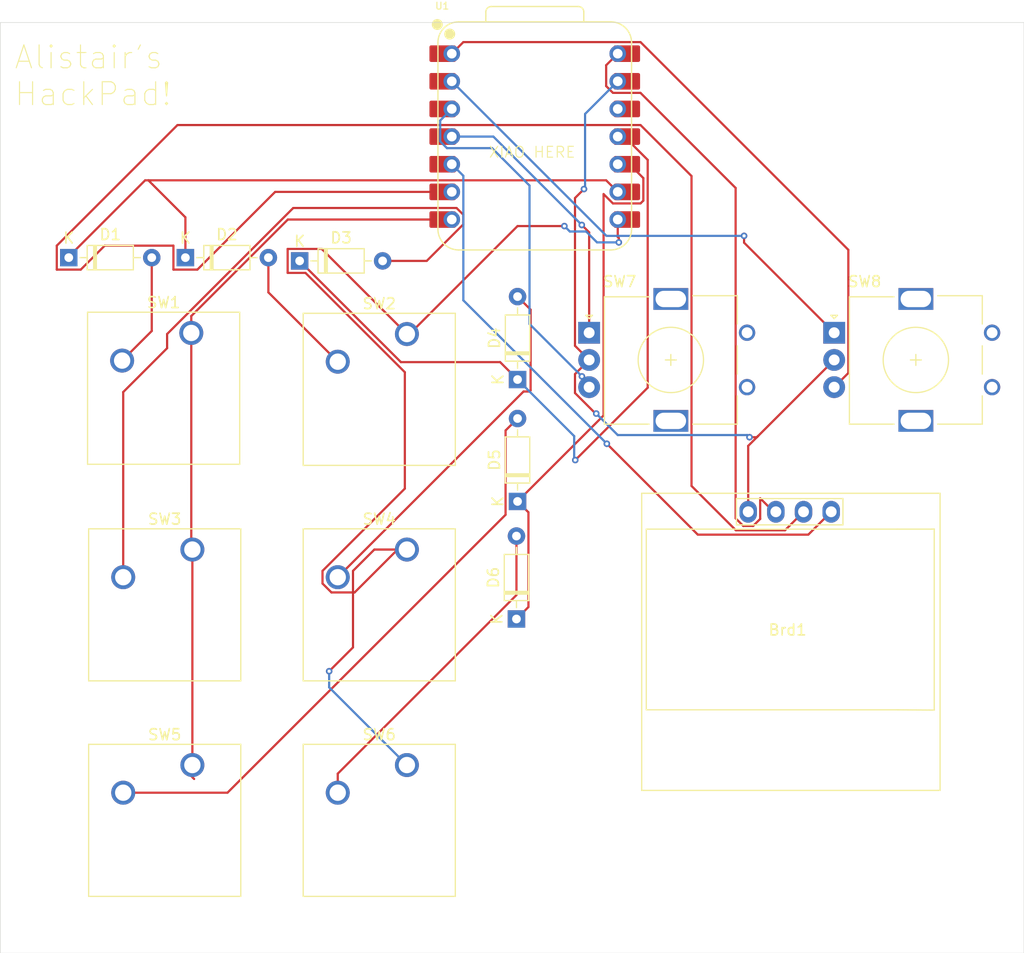
<source format=kicad_pcb>
(kicad_pcb (version 20241229) (generator "pcbnew") (generator_version "9.0")
  (layers (0 "F.Cu" signal) (2 "B.Cu" signal) (13 "F.Paste" user) (15 "B.Paste" user) (5 "F.SilkS" user "F.Silkscreen") (7 "B.SilkS" user "B.Silkscreen") (1 "F.Mask" user) (3 "B.Mask" user) (25 "Edge.Cuts" user))
  (net 0 "")
  (net 1 "GND")
  (net 2 "Net-(Brd1-SCL)")
  (net 3 "Net-(Brd1-SDA)")
  (net 4 "+5V")
  (net 5 "Net-(D1-A)")
  (net 6 "row 1")
  (net 7 "Net-(D2-A)")
  (net 8 "Net-(D3-A)")
  (net 9 "row 2")
  (net 10 "Net-(D4-A)")
  (net 11 "Net-(D5-A)")
  (net 12 "Net-(D6-A)")
  (net 13 "row 3")
  (net 14 "Net-(U1-GPIO28{slash}ADC2{slash}A2)")
  (net 15 "Net-(U1-GPIO29{slash}ADC3{slash}A3)")
  (net 16 "col 1")
  (net 17 "col 2")
  (net 18 "Net-(U1-GPIO27{slash}ADC1{slash}A1)")
  (net 19 "Net-(U1-GPIO26{slash}ADC0{slash}A0)")
  (net 20 "+3.3V")
  (footprint "macropad:SW_Cherry_MX_1.00u_PCB" (layer "F.Cu") (at 144.44 63.22)
    (property "Reference" "SW2" (at -2.54 -2.794 0) (layer "F.SilkS"))
    (property "Value" "SW_Push")
    (fp_line (start -9.525 -1.905) (end 4.445 -1.905) (stroke (width 0.12)) (layer "F.SilkS"))
    (fp_line (start -9.525 12.065) (end -9.525 -1.905) (stroke (width 0.12)) (layer "F.SilkS"))
    (fp_line (start 4.445 -1.905) (end 4.445 12.065) (stroke (width 0.12)) (layer "F.SilkS"))
    (fp_line (start 4.445 12.065) (end -9.525 12.065) (stroke (width 0.12)) (layer "F.SilkS"))
    (pad "" np_thru_hole circle (at -7.62 5.08) (size 1.7 1.7) (drill 1.7) (layers "*.Cu" "*.Mask"))
    (pad "" np_thru_hole circle (at -2.54 5.08) (size 4 4) (drill 4) (layers "*.Cu" "*.Mask"))
    (pad "" np_thru_hole circle (at 2.54 5.08) (size 1.7 1.7) (drill 1.7) (layers "*.Cu" "*.Mask"))
    (pad "1" thru_hole circle (at 0 0) (size 2.2 2.2) (drill 1.5) (layers "*.Cu" "*.Mask") (net 17 "col 2"))
    (pad "2" thru_hole circle (at -6.35 2.54) (size 2.2 2.2) (drill 1.5) (layers "*.Cu" "*.Mask") (net 7 "Net-(D2-A)"))
  )
  (footprint "macropad:SW_Cherry_MX_1.00u_PCB" (layer "F.Cu") (at 144.44 102.82)
    (property "Reference" "SW6" (at -2.54 -2.794 0) (layer "F.SilkS"))
    (property "Value" "SW_Push")
    (fp_line (start -9.525 -1.905) (end 4.445 -1.905) (stroke (width 0.12)) (layer "F.SilkS"))
    (fp_line (start -9.525 12.065) (end -9.525 -1.905) (stroke (width 0.12)) (layer "F.SilkS"))
    (fp_line (start 4.445 -1.905) (end 4.445 12.065) (stroke (width 0.12)) (layer "F.SilkS"))
    (fp_line (start 4.445 12.065) (end -9.525 12.065) (stroke (width 0.12)) (layer "F.SilkS"))
    (pad "" np_thru_hole circle (at -7.62 5.08) (size 1.7 1.7) (drill 1.7) (layers "*.Cu" "*.Mask"))
    (pad "" np_thru_hole circle (at -2.54 5.08) (size 4 4) (drill 4) (layers "*.Cu" "*.Mask"))
    (pad "" np_thru_hole circle (at 2.54 5.08) (size 1.7 1.7) (drill 1.7) (layers "*.Cu" "*.Mask"))
    (pad "1" thru_hole circle (at 0 0) (size 2.2 2.2) (drill 1.5) (layers "*.Cu" "*.Mask") (net 17 "col 2"))
    (pad "2" thru_hole circle (at -6.35 2.54) (size 2.2 2.2) (drill 1.5) (layers "*.Cu" "*.Mask") (net 12 "Net-(D6-A)"))
  )
  (footprint "macropad:D_DO-35_SOD27_P7.62mm_Horizontal" (layer "F.Cu") (at 154.6 78.6 90)
    (property "Reference" "D5" (at 3.81 -2.12 90) (layer "F.SilkS"))
    (property "Value" "D")
    (fp_line (start 5.93 -1.12) (end 1.69 -1.12) (stroke (width 0.12)) (layer "F.SilkS"))
    (fp_line (start 2.53 -1.12) (end 2.53 1.12) (stroke (width 0.12)) (layer "F.SilkS"))
    (fp_line (start 2.41 -1.12) (end 2.41 1.12) (stroke (width 0.12)) (layer "F.SilkS"))
    (fp_line (start 2.29 -1.12) (end 2.29 1.12) (stroke (width 0.12)) (layer "F.SilkS"))
    (fp_line (start 1.69 -1.12) (end 1.69 1.12) (stroke (width 0.12)) (layer "F.SilkS"))
    (fp_line (start 6.58 0) (end 5.93 0) (stroke (width 0.12)) (layer "F.SilkS"))
    (fp_line (start 1.04 0) (end 1.69 0) (stroke (width 0.12)) (layer "F.SilkS"))
    (fp_line (start 5.93 1.12) (end 5.93 -1.12) (stroke (width 0.12)) (layer "F.SilkS"))
    (fp_line (start 1.69 1.12) (end 5.93 1.12) (stroke (width 0.12)) (layer "F.SilkS"))
    (fp_text user "K" (at 0 -1.8 90) (layer "F.SilkS"))
    (pad "1" thru_hole rect (at 0 0 90) (size 1.6 1.6) (drill 0.8) (layers "*.Cu" "*.Mask") (net 13 "row 3"))
    (pad "2" thru_hole oval (at 7.62 0 90) (size 1.6 1.6) (drill 0.8) (layers "*.Cu" "*.Mask") (net 11 "Net-(D5-A)"))
  )
  (footprint "macropad:128x64OLED" (layer "F.Cu") (at 179.4 90.15)
    (property "Reference" "Brd1" (at 0 0.254 0) (layer "F.SilkS"))
    (property "Value" "SSD1306")
    (fp_line (start -13.4 -12.3) (end 14 -12.3) (stroke (width 0.12)) (layer "F.SilkS"))
    (fp_line (start -13.4 15) (end -13.4 -12.3) (stroke (width 0.12)) (layer "F.SilkS"))
    (fp_line (start -12.978 -9.005) (end 10.122 -9.005) (stroke (width 0.12)) (layer "F.SilkS"))
    (fp_line (start -12.978 7.595) (end -12.978 -9.005) (stroke (width 0.12)) (layer "F.SilkS"))
    (fp_line (start -4.699 -11.811) (end -4.699 -9.398) (stroke (width 0.12)) (layer "F.SilkS"))
    (fp_line (start -4.699 -11.811) (end 5.08 -11.811) (stroke (width 0.12)) (layer "F.SilkS"))
    (fp_line (start 5.08 -11.811) (end 5.08 -9.398) (stroke (width 0.12)) (layer "F.SilkS"))
    (fp_line (start 5.08 -9.398) (end -4.699 -9.398) (stroke (width 0.12)) (layer "F.SilkS"))
    (fp_line (start 10.122 -9.005) (end 13.208 -9.005) (stroke (width 0.12)) (layer "F.SilkS"))
    (fp_line (start 10.122 7.595) (end -12.978 7.595) (stroke (width 0.12)) (layer "F.SilkS"))
    (fp_line (start 10.122 7.595) (end 13.462 7.62) (stroke (width 0.12)) (layer "F.SilkS"))
    (fp_line (start 13.462 -9.017) (end 13.208 -9.005) (stroke (width 0.12)) (layer "F.SilkS"))
    (fp_line (start 13.462 7.62) (end 13.462 -9.017) (stroke (width 0.12)) (layer "F.SilkS"))
    (fp_line (start 14 -12.3) (end 14 15) (stroke (width 0.12)) (layer "F.SilkS"))
    (fp_line (start 14 15) (end -13.4 15) (stroke (width 0.12)) (layer "F.SilkS"))
    (pad "1" thru_hole oval (at -3.62 -10.6 90) (size 2 1.6) (drill 1) (layers "*.Cu" "*.Mask") (net 1 "GND"))
    (pad "2" thru_hole oval (at -1.08 -10.6 90) (size 2 1.6) (drill 1) (layers "*.Cu" "*.Mask") (net 4 "+5V"))
    (pad "3" thru_hole oval (at 1.46 -10.6 90) (size 2 1.6) (drill 1) (layers "*.Cu" "*.Mask") (net 2 "Net-(Brd1-SCL)"))
    (pad "4" thru_hole oval (at 4 -10.6 90) (size 2 1.6) (drill 1) (layers "*.Cu" "*.Mask") (net 3 "Net-(Brd1-SDA)"))
  )
  (footprint "macropad:SW_Cherry_MX_1.00u_PCB" (layer "F.Cu") (at 124.64 63.12)
    (property "Reference" "SW1" (at -2.54 -2.794 0) (layer "F.SilkS"))
    (property "Value" "SW_Push")
    (fp_line (start -9.525 -1.905) (end 4.445 -1.905) (stroke (width 0.12)) (layer "F.SilkS"))
    (fp_line (start -9.525 12.065) (end -9.525 -1.905) (stroke (width 0.12)) (layer "F.SilkS"))
    (fp_line (start 4.445 -1.905) (end 4.445 12.065) (stroke (width 0.12)) (layer "F.SilkS"))
    (fp_line (start 4.445 12.065) (end -9.525 12.065) (stroke (width 0.12)) (layer "F.SilkS"))
    (pad "" np_thru_hole circle (at -7.62 5.08) (size 1.7 1.7) (drill 1.7) (layers "*.Cu" "*.Mask"))
    (pad "" np_thru_hole circle (at -2.54 5.08) (size 4 4) (drill 4) (layers "*.Cu" "*.Mask"))
    (pad "" np_thru_hole circle (at 2.54 5.08) (size 1.7 1.7) (drill 1.7) (layers "*.Cu" "*.Mask"))
    (pad "1" thru_hole circle (at 0 0) (size 2.2 2.2) (drill 1.5) (layers "*.Cu" "*.Mask") (net 16 "col 1"))
    (pad "2" thru_hole circle (at -6.35 2.54) (size 2.2 2.2) (drill 1.5) (layers "*.Cu" "*.Mask") (net 5 "Net-(D1-A)"))
  )
  (footprint "macropad:RotaryEncoder_Alps_EC11E_Vertical_H20mm" (layer "F.Cu") (at 161.175 63.1)
    (property "Reference" "SW7" (at 2.8 -4.7 0) (layer "F.SilkS"))
    (property "Value" "RotaryEncoder")
    (fp_line (start -0.3 -1.6) (end 0.3 -1.6) (stroke (width 0.12)) (layer "F.SilkS"))
    (fp_line (start 0 -1.3) (end -0.3 -1.6) (stroke (width 0.12)) (layer "F.SilkS"))
    (fp_line (start 0.3 -1.6) (end 0 -1.3) (stroke (width 0.12)) (layer "F.SilkS"))
    (fp_line (start 1.4 -3.3) (end 1.4 8.4) (stroke (width 0.12)) (layer "F.SilkS"))
    (fp_line (start 5.5 -3.3) (end 1.4 -3.3) (stroke (width 0.12)) (layer "F.SilkS"))
    (fp_line (start 5.5 8.4) (end 1.4 8.4) (stroke (width 0.12)) (layer "F.SilkS"))
    (fp_line (start 7 2.5) (end 8 2.5) (stroke (width 0.12)) (layer "F.SilkS"))
    (fp_line (start 7.5 2) (end 7.5 3) (stroke (width 0.12)) (layer "F.SilkS"))
    (fp_line (start 9.5 -3.4) (end 13.6 -3.4) (stroke (width 0.12)) (layer "F.SilkS"))
    (fp_line (start 13.6 -3.4) (end 13.6 -0.8) (stroke (width 0.12)) (layer "F.SilkS"))
    (fp_line (start 13.6 1.2) (end 13.6 3.8) (stroke (width 0.12)) (layer "F.SilkS"))
    (fp_line (start 13.6 5.8) (end 13.6 8.4) (stroke (width 0.12)) (layer "F.SilkS"))
    (fp_line (start 13.6 8.4) (end 9.5 8.4) (stroke (width 0.12)) (layer "F.SilkS"))
    (fp_circle (center 7.5 2.5) (end 10.5 2.5) (stroke (width 0.12)) (fill no) (layer "F.SilkS"))
    (pad "" thru_hole circle (at 14.5 0) (size 1.5 1.5) (drill 1) (layers "*.Cu" "*.Mask"))
    (pad "" thru_hole circle (at 14.5 5) (size 1.5 1.5) (drill 1) (layers "*.Cu" "*.Mask"))
    (pad "A" thru_hole rect (at 0 0) (size 2 2) (drill 1) (layers "*.Cu" "*.Mask") (net 15 "Net-(U1-GPIO29{slash}ADC3{slash}A3)"))
    (pad "B" thru_hole circle (at 0 5) (size 2 2) (drill 1) (layers "*.Cu" "*.Mask") (net 14 "Net-(U1-GPIO28{slash}ADC2{slash}A2)"))
    (pad "C" thru_hole circle (at 0 2.5) (size 2 2) (drill 1) (layers "*.Cu" "*.Mask") (net 1 "GND"))
    (pad "MP" thru_hole rect (at 7.5 -3.1) (size 3.2 2) (drill oval 2.8 1.5) (layers "*.Cu" "*.Mask"))
    (pad "MP" thru_hole rect (at 7.5 8.1) (size 3.2 2) (drill oval 2.8 1.5) (layers "*.Cu" "*.Mask"))
  )
  (footprint "macropad:SW_Cherry_MX_1.00u_PCB" (layer "F.Cu") (at 124.74 102.82)
    (property "Reference" "SW5" (at -2.54 -2.794 0) (layer "F.SilkS"))
    (property "Value" "SW_Push")
    (fp_line (start -9.525 -1.905) (end 4.445 -1.905) (stroke (width 0.12)) (layer "F.SilkS"))
    (fp_line (start -9.525 12.065) (end -9.525 -1.905) (stroke (width 0.12)) (layer "F.SilkS"))
    (fp_line (start 4.445 -1.905) (end 4.445 12.065) (stroke (width 0.12)) (layer "F.SilkS"))
    (fp_line (start 4.445 12.065) (end -9.525 12.065) (stroke (width 0.12)) (layer "F.SilkS"))
    (pad "" np_thru_hole circle (at -7.62 5.08) (size 1.7 1.7) (drill 1.7) (layers "*.Cu" "*.Mask"))
    (pad "" np_thru_hole circle (at -2.54 5.08) (size 4 4) (drill 4) (layers "*.Cu" "*.Mask"))
    (pad "" np_thru_hole circle (at 2.54 5.08) (size 1.7 1.7) (drill 1.7) (layers "*.Cu" "*.Mask"))
    (pad "1" thru_hole circle (at 0 0) (size 2.2 2.2) (drill 1.5) (layers "*.Cu" "*.Mask") (net 16 "col 1"))
    (pad "2" thru_hole circle (at -6.35 2.54) (size 2.2 2.2) (drill 1.5) (layers "*.Cu" "*.Mask") (net 11 "Net-(D5-A)"))
  )
  (footprint "macropad:SW_Cherry_MX_1.00u_PCB" (layer "F.Cu") (at 144.44 83.02)
    (property "Reference" "SW4" (at -2.54 -2.794 0) (layer "F.SilkS"))
    (property "Value" "SW_Push")
    (fp_line (start -9.525 -1.905) (end 4.445 -1.905) (stroke (width 0.12)) (layer "F.SilkS"))
    (fp_line (start -9.525 12.065) (end -9.525 -1.905) (stroke (width 0.12)) (layer "F.SilkS"))
    (fp_line (start 4.445 -1.905) (end 4.445 12.065) (stroke (width 0.12)) (layer "F.SilkS"))
    (fp_line (start 4.445 12.065) (end -9.525 12.065) (stroke (width 0.12)) (layer "F.SilkS"))
    (pad "" np_thru_hole circle (at -7.62 5.08) (size 1.7 1.7) (drill 1.7) (layers "*.Cu" "*.Mask"))
    (pad "" np_thru_hole circle (at -2.54 5.08) (size 4 4) (drill 4) (layers "*.Cu" "*.Mask"))
    (pad "" np_thru_hole circle (at 2.54 5.08) (size 1.7 1.7) (drill 1.7) (layers "*.Cu" "*.Mask"))
    (pad "1" thru_hole circle (at 0 0) (size 2.2 2.2) (drill 1.5) (layers "*.Cu" "*.Mask") (net 17 "col 2"))
    (pad "2" thru_hole circle (at -6.35 2.54) (size 2.2 2.2) (drill 1.5) (layers "*.Cu" "*.Mask") (net 10 "Net-(D4-A)"))
  )
  (footprint "macropad:RotaryEncoder_Alps_EC11E_Vertical_H20mm" (layer "F.Cu") (at 183.675 63.1)
    (property "Reference" "SW8" (at 2.8 -4.7 0) (layer "F.SilkS"))
    (property "Value" "RotaryEncoder")
    (fp_line (start -0.3 -1.6) (end 0.3 -1.6) (stroke (width 0.12)) (layer "F.SilkS"))
    (fp_line (start 0 -1.3) (end -0.3 -1.6) (stroke (width 0.12)) (layer "F.SilkS"))
    (fp_line (start 0.3 -1.6) (end 0 -1.3) (stroke (width 0.12)) (layer "F.SilkS"))
    (fp_line (start 1.4 -3.3) (end 1.4 8.4) (stroke (width 0.12)) (layer "F.SilkS"))
    (fp_line (start 5.5 -3.3) (end 1.4 -3.3) (stroke (width 0.12)) (layer "F.SilkS"))
    (fp_line (start 5.5 8.4) (end 1.4 8.4) (stroke (width 0.12)) (layer "F.SilkS"))
    (fp_line (start 7 2.5) (end 8 2.5) (stroke (width 0.12)) (layer "F.SilkS"))
    (fp_line (start 7.5 2) (end 7.5 3) (stroke (width 0.12)) (layer "F.SilkS"))
    (fp_line (start 9.5 -3.4) (end 13.6 -3.4) (stroke (width 0.12)) (layer "F.SilkS"))
    (fp_line (start 13.6 -3.4) (end 13.6 -0.8) (stroke (width 0.12)) (layer "F.SilkS"))
    (fp_line (start 13.6 1.2) (end 13.6 3.8) (stroke (width 0.12)) (layer "F.SilkS"))
    (fp_line (start 13.6 5.8) (end 13.6 8.4) (stroke (width 0.12)) (layer "F.SilkS"))
    (fp_line (start 13.6 8.4) (end 9.5 8.4) (stroke (width 0.12)) (layer "F.SilkS"))
    (fp_circle (center 7.5 2.5) (end 10.5 2.5) (stroke (width 0.12)) (fill no) (layer "F.SilkS"))
    (pad "" thru_hole circle (at 14.5 0) (size 1.5 1.5) (drill 1) (layers "*.Cu" "*.Mask"))
    (pad "" thru_hole circle (at 14.5 5) (size 1.5 1.5) (drill 1) (layers "*.Cu" "*.Mask"))
    (pad "A" thru_hole rect (at 0 0) (size 2 2) (drill 1) (layers "*.Cu" "*.Mask") (net 18 "Net-(U1-GPIO27{slash}ADC1{slash}A1)"))
    (pad "B" thru_hole circle (at 0 5) (size 2 2) (drill 1) (layers "*.Cu" "*.Mask") (net 19 "Net-(U1-GPIO26{slash}ADC0{slash}A0)"))
    (pad "C" thru_hole circle (at 0 2.5) (size 2 2) (drill 1) (layers "*.Cu" "*.Mask") (net 1 "GND"))
    (pad "MP" thru_hole rect (at 7.5 -3.1) (size 3.2 2) (drill oval 2.8 1.5) (layers "*.Cu" "*.Mask"))
    (pad "MP" thru_hole rect (at 7.5 8.1) (size 3.2 2) (drill oval 2.8 1.5) (layers "*.Cu" "*.Mask"))
  )
  (footprint "macropad:D_DO-35_SOD27_P7.62mm_Horizontal" (layer "F.Cu") (at 154.5 89.4 90)
    (property "Reference" "D6" (at 3.81 -2.12 90) (layer "F.SilkS"))
    (property "Value" "D")
    (fp_line (start 5.93 -1.12) (end 1.69 -1.12) (stroke (width 0.12)) (layer "F.SilkS"))
    (fp_line (start 2.53 -1.12) (end 2.53 1.12) (stroke (width 0.12)) (layer "F.SilkS"))
    (fp_line (start 2.41 -1.12) (end 2.41 1.12) (stroke (width 0.12)) (layer "F.SilkS"))
    (fp_line (start 2.29 -1.12) (end 2.29 1.12) (stroke (width 0.12)) (layer "F.SilkS"))
    (fp_line (start 1.69 -1.12) (end 1.69 1.12) (stroke (width 0.12)) (layer "F.SilkS"))
    (fp_line (start 6.58 0) (end 5.93 0) (stroke (width 0.12)) (layer "F.SilkS"))
    (fp_line (start 1.04 0) (end 1.69 0) (stroke (width 0.12)) (layer "F.SilkS"))
    (fp_line (start 5.93 1.12) (end 5.93 -1.12) (stroke (width 0.12)) (layer "F.SilkS"))
    (fp_line (start 1.69 1.12) (end 5.93 1.12) (stroke (width 0.12)) (layer "F.SilkS"))
    (fp_text user "K" (at 0 -1.8 90) (layer "F.SilkS"))
    (pad "1" thru_hole rect (at 0 0 90) (size 1.6 1.6) (drill 0.8) (layers "*.Cu" "*.Mask") (net 13 "row 3"))
    (pad "2" thru_hole oval (at 7.62 0 90) (size 1.6 1.6) (drill 0.8) (layers "*.Cu" "*.Mask") (net 12 "Net-(D6-A)"))
  )
  (footprint "macropad:D_DO-35_SOD27_P7.62mm_Horizontal" (layer "F.Cu") (at 113.39 56.2)
    (property "Reference" "D1" (at 3.81 -2.12 0) (layer "F.SilkS"))
    (property "Value" "D")
    (fp_line (start 1.04 0) (end 1.69 0) (stroke (width 0.12)) (layer "F.SilkS"))
    (fp_line (start 1.69 -1.12) (end 1.69 1.12) (stroke (width 0.12)) (layer "F.SilkS"))
    (fp_line (start 1.69 1.12) (end 5.93 1.12) (stroke (width 0.12)) (layer "F.SilkS"))
    (fp_line (start 2.29 -1.12) (end 2.29 1.12) (stroke (width 0.12)) (layer "F.SilkS"))
    (fp_line (start 2.41 -1.12) (end 2.41 1.12) (stroke (width 0.12)) (layer "F.SilkS"))
    (fp_line (start 2.53 -1.12) (end 2.53 1.12) (stroke (width 0.12)) (layer "F.SilkS"))
    (fp_line (start 5.93 -1.12) (end 1.69 -1.12) (stroke (width 0.12)) (layer "F.SilkS"))
    (fp_line (start 5.93 1.12) (end 5.93 -1.12) (stroke (width 0.12)) (layer "F.SilkS"))
    (fp_line (start 6.58 0) (end 5.93 0) (stroke (width 0.12)) (layer "F.SilkS"))
    (fp_text user "K" (at 0 -1.8 0) (layer "F.SilkS"))
    (pad "1" thru_hole rect (at 0 0) (size 1.6 1.6) (drill 0.8) (layers "*.Cu" "*.Mask") (net 6 "row 1"))
    (pad "2" thru_hole oval (at 7.62 0) (size 1.6 1.6) (drill 0.8) (layers "*.Cu" "*.Mask") (net 5 "Net-(D1-A)"))
  )
  (footprint "macropad:SW_Cherry_MX_1.00u_PCB" (layer "F.Cu") (at 124.74 83.02)
    (property "Reference" "SW3" (at -2.54 -2.794 0) (layer "F.SilkS"))
    (property "Value" "SW_Push")
    (fp_line (start -9.525 -1.905) (end 4.445 -1.905) (stroke (width 0.12)) (layer "F.SilkS"))
    (fp_line (start -9.525 12.065) (end -9.525 -1.905) (stroke (width 0.12)) (layer "F.SilkS"))
    (fp_line (start 4.445 -1.905) (end 4.445 12.065) (stroke (width 0.12)) (layer "F.SilkS"))
    (fp_line (start 4.445 12.065) (end -9.525 12.065) (stroke (width 0.12)) (layer "F.SilkS"))
    (pad "" np_thru_hole circle (at -7.62 5.08) (size 1.7 1.7) (drill 1.7) (layers "*.Cu" "*.Mask"))
    (pad "" np_thru_hole circle (at -2.54 5.08) (size 4 4) (drill 4) (layers "*.Cu" "*.Mask"))
    (pad "" np_thru_hole circle (at 2.54 5.08) (size 1.7 1.7) (drill 1.7) (layers "*.Cu" "*.Mask"))
    (pad "1" thru_hole circle (at 0 0) (size 2.2 2.2) (drill 1.5) (layers "*.Cu" "*.Mask") (net 16 "col 1"))
    (pad "2" thru_hole circle (at -6.35 2.54) (size 2.2 2.2) (drill 1.5) (layers "*.Cu" "*.Mask") (net 8 "Net-(D3-A)"))
  )
  (footprint "macropad:D_DO-35_SOD27_P7.62mm_Horizontal" (layer "F.Cu") (at 124.1 56.2)
    (property "Reference" "D2" (at 3.81 -2.12 0) (layer "F.SilkS"))
    (property "Value" "D")
    (fp_line (start 1.04 0) (end 1.69 0) (stroke (width 0.12)) (layer "F.SilkS"))
    (fp_line (start 1.69 -1.12) (end 1.69 1.12) (stroke (width 0.12)) (layer "F.SilkS"))
    (fp_line (start 1.69 1.12) (end 5.93 1.12) (stroke (width 0.12)) (layer "F.SilkS"))
    (fp_line (start 2.29 -1.12) (end 2.29 1.12) (stroke (width 0.12)) (layer "F.SilkS"))
    (fp_line (start 2.41 -1.12) (end 2.41 1.12) (stroke (width 0.12)) (layer "F.SilkS"))
    (fp_line (start 2.53 -1.12) (end 2.53 1.12) (stroke (width 0.12)) (layer "F.SilkS"))
    (fp_line (start 5.93 -1.12) (end 1.69 -1.12) (stroke (width 0.12)) (layer "F.SilkS"))
    (fp_line (start 5.93 1.12) (end 5.93 -1.12) (stroke (width 0.12)) (layer "F.SilkS"))
    (fp_line (start 6.58 0) (end 5.93 0) (stroke (width 0.12)) (layer "F.SilkS"))
    (fp_text user "K" (at 0 -1.8 0) (layer "F.SilkS"))
    (pad "1" thru_hole rect (at 0 0) (size 1.6 1.6) (drill 0.8) (layers "*.Cu" "*.Mask") (net 6 "row 1"))
    (pad "2" thru_hole oval (at 7.62 0) (size 1.6 1.6) (drill 0.8) (layers "*.Cu" "*.Mask") (net 7 "Net-(D2-A)"))
  )
  (footprint "macropad:XIAO-RP2040-DIP" (layer "F.Cu") (at 156.18 45.08)
    (property "Reference" "U1" (at -8.5 -12 0) (layer "F.SilkS") (effects (font (size 0.635 0.635) (thickness 0.1016))))
    (property "Value" "XIAO-RP2040-DIP")
    (fp_line (start -8.89 8.509) (end -8.89 -8.636) (stroke (width 0.127)) (layer "F.SilkS"))
    (fp_line (start -6.985 10.414) (end 6.985 10.414) (stroke (width 0.127)) (layer "F.SilkS"))
    (fp_line (start -4.495 -10.541) (end -4.491272 -11.451272) (stroke (width 0.127)) (layer "F.SilkS"))
    (fp_line (start -3.991272 -11.951) (end 4.004 -11.951) (stroke (width 0.127)) (layer "F.SilkS"))
    (fp_line (start 4.504 -11.451) (end 4.504 -10.541) (stroke (width 0.127)) (layer "F.SilkS"))
    (fp_line (start 6.985 -10.541) (end -6.985 -10.541) (stroke (width 0.1)) (layer "F.SilkS"))
    (fp_line (start 6.985 -10.541) (end -6.985 -10.541) (stroke (width 0.127)) (layer "F.SilkS"))
    (fp_line (start 8.89 8.509) (end 8.89 -8.636) (stroke (width 0.127)) (layer "F.SilkS"))
    (fp_arc (start -8.89 -8.636) (mid -8.332038 -9.983038) (end -6.985 -10.541) (stroke (width 0.127)) (layer "F.SilkS"))
    (fp_arc (start -6.985 10.414) (mid -8.332038 9.856038) (end -8.89 8.509) (stroke (width 0.127)) (layer "F.SilkS"))
    (fp_arc (start -4.491272 -11.451272) (mid -4.344724 -11.804644) (end -3.991272 -11.951) (stroke (width 0.127)) (layer "F.SilkS"))
    (fp_arc (start 4.004 -11.951) (mid 4.357553 -11.804553) (end 4.504 -11.451) (stroke (width 0.127)) (layer "F.SilkS"))
    (fp_arc (start 6.985 -10.541) (mid 8.332038 -9.983038) (end 8.89 -8.636) (stroke (width 0.127)) (layer "F.SilkS"))
    (fp_arc (start 8.89 8.509) (mid 8.332038 9.856038) (end 6.985 10.414) (stroke (width 0.127)) (layer "F.SilkS"))
    (fp_circle (center -8.95 -10.3) (end -8.95 -10.554) (stroke (width 0.5)) (fill yes) (layer "F.SilkS"))
    (fp_circle (center -7.807 -9.42) (end -7.807 -9.674) (stroke (width 0.5)) (fill yes) (layer "F.SilkS"))
    (pad "1" smd roundrect (at -8.455 -7.62 180) (size 2.432 1.524) (layers "F.Cu" "F.Mask") (roundrect_rratio 0.1) (net 19 "Net-(U1-GPIO26{slash}ADC0{slash}A0)"))
    (pad "1" thru_hole circle (at -7.62 -7.62 180) (size 1.524 1.524) (drill 0.889) (layers "*.Cu" "*.Mask") (net 19 "Net-(U1-GPIO26{slash}ADC0{slash}A0)"))
    (pad "2" smd roundrect (at -8.455 -5.08 180) (size 2.432 1.524) (layers "F.Cu" "F.Mask") (roundrect_rratio 0.1) (net 18 "Net-(U1-GPIO27{slash}ADC1{slash}A1)"))
    (pad "2" thru_hole circle (at -7.62 -5.08 180) (size 1.524 1.524) (drill 0.889) (layers "*.Cu" "*.Mask") (net 18 "Net-(U1-GPIO27{slash}ADC1{slash}A1)"))
    (pad "3" smd roundrect (at -8.455 -2.54 180) (size 2.432 1.524) (layers "F.Cu" "F.Mask") (roundrect_rratio 0.1) (net 14 "Net-(U1-GPIO28{slash}ADC2{slash}A2)"))
    (pad "3" thru_hole circle (at -7.62 -2.54 180) (size 1.524 1.524) (drill 0.889) (layers "*.Cu" "*.Mask") (net 14 "Net-(U1-GPIO28{slash}ADC2{slash}A2)"))
    (pad "4" smd roundrect (at -8.455 0 180) (size 2.432 1.524) (layers "F.Cu" "F.Mask") (roundrect_rratio 0.1) (net 15 "Net-(U1-GPIO29{slash}ADC3{slash}A3)"))
    (pad "4" thru_hole circle (at -7.62 0 180) (size 1.524 1.524) (drill 0.889) (layers "*.Cu" "*.Mask") (net 15 "Net-(U1-GPIO29{slash}ADC3{slash}A3)"))
    (pad "5" smd roundrect (at -8.455 2.54 180) (size 2.432 1.524) (layers "F.Cu" "F.Mask") (roundrect_rratio 0.1) (net 3 "Net-(Brd1-SDA)"))
    (pad "5" thru_hole circle (at -7.62 2.54 180) (size 1.524 1.524) (drill 0.889) (layers "*.Cu" "*.Mask") (net 3 "Net-(Brd1-SDA)"))
    (pad "6" smd roundrect (at -8.455 5.08 180) (size 2.432 1.524) (layers "F.Cu" "F.Mask") (roundrect_rratio 0.1) (net 2 "Net-(Brd1-SCL)"))
    (pad "6" thru_hole circle (at -7.62 5.08 180) (size 1.524 1.524) (drill 0.889) (layers "*.Cu" "*.Mask") (net 2 "Net-(Brd1-SCL)"))
    (pad "7" smd roundrect (at -8.455 7.62 180) (size 2.432 1.524) (layers "F.Cu" "F.Mask") (roundrect_rratio 0.1) (net 16 "col 1"))
    (pad "7" thru_hole circle (at -7.62 7.62 180) (size 1.524 1.524) (drill 0.889) (layers "*.Cu" "*.Mask") (net 16 "col 1"))
    (pad "8" thru_hole circle (at 7.62 7.62) (size 1.524 1.524) (drill 0.889) (layers "*.Cu" "*.Mask") (net 17 "col 2"))
    (pad "8" smd roundrect (at 8.455 7.62) (size 2.432 1.524) (layers "F.Cu" "F.Mask") (roundrect_rratio 0.1) (net 17 "col 2"))
    (pad "9" thru_hole circle (at 7.62 5.08) (size 1.524 1.524) (drill 0.889) (layers "*.Cu" "*.Mask") (net 6 "row 1"))
    (pad "9" smd roundrect (at 8.455 5.08) (size 2.432 1.524) (layers "F.Cu" "F.Mask") (roundrect_rratio 0.1) (net 6 "row 1"))
    (pad "10" thru_hole circle (at 7.62 2.54) (size 1.524 1.524) (drill 0.889) (layers "*.Cu" "*.Mask") (net 13 "row 3"))
    (pad "10" smd roundrect (at 8.455 2.54) (size 2.432 1.524) (layers "F.Cu" "F.Mask") (roundrect_rratio 0.1) (net 13 "row 3"))
    (pad "11" thru_hole circle (at 7.62 0) (size 1.524 1.524) (drill 0.889) (layers "*.Cu" "*.Mask") (net 9 "row 2"))
    (pad "11" smd roundrect (at 8.455 0) (size 2.432 1.524) (layers "F.Cu" "F.Mask") (roundrect_rratio 0.1) (net 9 "row 2"))
    (pad "12" thru_hole circle (at 7.62 -2.54) (size 1.524 1.524) (drill 0.889) (layers "*.Cu" "*.Mask") (net 20 "+3.3V"))
    (pad "12" smd roundrect (at 8.455 -2.54) (size 2.432 1.524) (layers "F.Cu" "F.Mask") (roundrect_rratio 0.1) (net 20 "+3.3V"))
    (pad "13" thru_hole circle (at 7.62 -5.08) (size 1.524 1.524) (drill 0.889) (layers "*.Cu" "*.Mask") (net 1 "GND"))
    (pad "13" smd roundrect (at 8.455 -5.08) (size 2.432 1.524) (layers "F.Cu" "F.Mask") (roundrect_rratio 0.1) (net 1 "GND"))
    (pad "14" thru_hole circle (at 7.62 -7.62) (size 1.524 1.524) (drill 0.889) (layers "*.Cu" "*.Mask") (net 4 "+5V"))
    (pad "14" smd roundrect (at 8.455 -7.62) (size 2.432 1.524) (layers "F.Cu" "F.Mask") (roundrect_rratio 0.1) (net 4 "+5V"))
  )
  (footprint "macropad:D_DO-35_SOD27_P7.62mm_Horizontal" (layer "F.Cu") (at 154.6 67.4 90)
    (property "Reference" "D4" (at 3.81 -2.12 90) (layer "F.SilkS"))
    (property "Value" "D")
    (fp_line (start 5.93 -1.12) (end 1.69 -1.12) (stroke (width 0.12)) (layer "F.SilkS"))
    (fp_line (start 2.53 -1.12) (end 2.53 1.12) (stroke (width 0.12)) (layer "F.SilkS"))
    (fp_line (start 2.41 -1.12) (end 2.41 1.12) (stroke (width 0.12)) (layer "F.SilkS"))
    (fp_line (start 2.29 -1.12) (end 2.29 1.12) (stroke (width 0.12)) (layer "F.SilkS"))
    (fp_line (start 1.69 -1.12) (end 1.69 1.12) (stroke (width 0.12)) (layer "F.SilkS"))
    (fp_line (start 6.58 0) (end 5.93 0) (stroke (width 0.12)) (layer "F.SilkS"))
    (fp_line (start 1.04 0) (end 1.69 0) (stroke (width 0.12)) (layer "F.SilkS"))
    (fp_line (start 5.93 1.12) (end 5.93 -1.12) (stroke (width 0.12)) (layer "F.SilkS"))
    (fp_line (start 1.69 1.12) (end 5.93 1.12) (stroke (width 0.12)) (layer "F.SilkS"))
    (fp_text user "K" (at 0 -1.8 90) (layer "F.SilkS"))
    (pad "1" thru_hole rect (at 0 0 90) (size 1.6 1.6) (drill 0.8) (layers "*.Cu" "*.Mask") (net 9 "row 2"))
    (pad "2" thru_hole oval (at 7.62 0 90) (size 1.6 1.6) (drill 0.8) (layers "*.Cu" "*.Mask") (net 10 "Net-(D4-A)"))
  )
  (footprint "macropad:D_DO-35_SOD27_P7.62mm_Horizontal" (layer "F.Cu") (at 134.59 56.5)
    (property "Reference" "D3" (at 3.81 -2.12 0) (layer "F.SilkS"))
    (property "Value" "D")
    (fp_line (start 1.04 0) (end 1.69 0) (stroke (width 0.12)) (layer "F.SilkS"))
    (fp_line (start 1.69 -1.12) (end 1.69 1.12) (stroke (width 0.12)) (layer "F.SilkS"))
    (fp_line (start 1.69 1.12) (end 5.93 1.12) (stroke (width 0.12)) (layer "F.SilkS"))
    (fp_line (start 2.29 -1.12) (end 2.29 1.12) (stroke (width 0.12)) (layer "F.SilkS"))
    (fp_line (start 2.41 -1.12) (end 2.41 1.12) (stroke (width 0.12)) (layer "F.SilkS"))
    (fp_line (start 2.53 -1.12) (end 2.53 1.12) (stroke (width 0.12)) (layer "F.SilkS"))
    (fp_line (start 5.93 -1.12) (end 1.69 -1.12) (stroke (width 0.12)) (layer "F.SilkS"))
    (fp_line (start 5.93 1.12) (end 5.93 -1.12) (stroke (width 0.12)) (layer "F.SilkS"))
    (fp_line (start 6.58 0) (end 5.93 0) (stroke (width 0.12)) (layer "F.SilkS"))
    (fp_text user "K" (at 0 -1.8 0) (layer "F.SilkS"))
    (pad "1" thru_hole rect (at 0 0) (size 1.6 1.6) (drill 0.8) (layers "*.Cu" "*.Mask") (net 9 "row 2"))
    (pad "2" thru_hole oval (at 7.62 0) (size 1.6 1.6) (drill 0.8) (layers "*.Cu" "*.Mask") (net 8 "Net-(D3-A)"))
  )
  (gr_rect (start 107.1 34.6) (end 201.1 120.1) (stroke (width 0.05)) (fill no) (layer "Edge.Cuts"))
  (gr_text "Alistair's\nHackPad!" (at 108.3 42.4 0) (layer "F.SilkS") (effects (font (size 2.1 2.1) (thickness 0.1)) (justify left bottom)))
  (gr_text "XIAO HERE" (at 151.9 47.1 0) (layer "F.SilkS") (effects (font (size 1 1) (thickness 0.1)) (justify left bottom)))
  (segment (start 159.875 66.9) (end 159.875 68.638478) (width 0.2) (layer "F.Cu") (net 1))
  (segment (start 159.875 64.3) (end 159.875 50.725) (width 0.2) (layer "F.Cu") (net 1))
  (segment (start 161.175 65.6) (end 159.875 64.3) (width 0.2) (layer "F.Cu") (net 1))
  (segment (start 175.78 79.55) (end 175.78 73.495) (width 0.2) (layer "F.Cu") (net 1))
  (segment (start 159.875 68.638478) (end 161.762257 70.525735) (width 0.2) (layer "F.Cu") (net 1))
  (segment (start 176.575 72.7) (end 176.6875 72.5875) (width 0.2) (layer "F.Cu") (net 1))
  (segment (start 161.762257 70.525735) (end 161.825735 70.525735) (width 0.2) (layer "F.Cu") (net 1))
  (segment (start 159.875 50.725) (end 160.7 49.9) (width 0.2) (layer "F.Cu") (net 1))
  (segment (start 175.78 73.495) (end 176.6875 72.5875) (width 0.2) (layer "F.Cu") (net 1))
  (segment (start 176.6875 72.5875) (end 183.675 65.6) (width 0.2) (layer "F.Cu") (net 1))
  (segment (start 175.9 72.7) (end 176.575 72.7) (width 0.2) (layer "F.Cu") (net 1))
  (segment (start 161.175 65.6) (end 159.875 66.9) (width 0.2) (layer "F.Cu") (net 1))
  (via (at 161.825735 70.525735) (size 0.6) (drill 0.3) (layers "F.Cu" "B.Cu") (net 1))
  (via (at 175.9 72.7) (size 0.6) (drill 0.3) (layers "F.Cu" "B.Cu") (net 1))
  (via (at 160.7 49.9) (size 0.6) (drill 0.3) (layers "F.Cu" "B.Cu") (net 1))
  (segment (start 160.7 49.9) (end 160.8 49.8) (width 0.2) (layer "B.Cu") (net 1))
  (segment (start 160.8 49.8) (end 160.8 43) (width 0.2) (layer "B.Cu") (net 1))
  (segment (start 161.825735 70.525735) (end 163.8 72.5) (width 0.2) (layer "B.Cu") (net 1))
  (segment (start 160.8 43) (end 163.8 40) (width 0.2) (layer "B.Cu") (net 1))
  (segment (start 175.7 72.5) (end 175.9 72.7) (width 0.2) (layer "B.Cu") (net 1))
  (segment (start 163.8 72.5) (end 175.7 72.5) (width 0.2) (layer "B.Cu") (net 1))
  (segment (start 123 55.1) (end 123 57.3) (width 0.2) (layer "F.Cu") (net 2))
  (segment (start 123 57.3) (end 125.2 57.3) (width 0.2) (layer "F.Cu") (net 2))
  (segment (start 170.575 48.702786) (end 165.890214 44.018) (width 0.2) (layer "F.Cu") (net 2))
  (segment (start 174.65 81.25) (end 170.575 77.175) (width 0.2) (layer "F.Cu") (net 2))
  (segment (start 132.34 50.16) (end 148.56 50.16) (width 0.2) (layer "F.Cu") (net 2))
  (segment (start 180.86 79.55) (end 179.16 81.25) (width 0.2) (layer "F.Cu") (net 2))
  (segment (start 165.890214 44.018) (end 123.372 44.018) (width 0.2) (layer "F.Cu") (net 2))
  (segment (start 112.29 55.1) (end 112.29 57.3) (width 0.2) (layer "F.Cu") (net 2))
  (segment (start 123.372 44.018) (end 112.29 55.1) (width 0.2) (layer "F.Cu") (net 2))
  (segment (start 112.29 57.3) (end 114.49 57.3) (width 0.2) (layer "F.Cu") (net 2))
  (segment (start 114.49 57.3) (end 116.69 55.1) (width 0.2) (layer "F.Cu") (net 2))
  (segment (start 116.69 55.1) (end 123 55.1) (width 0.2) (layer "F.Cu") (net 2))
  (segment (start 179.16 81.25) (end 174.65 81.25) (width 0.2) (layer "F.Cu") (net 2))
  (segment (start 125.2 57.3) (end 132.34 50.16) (width 0.2) (layer "F.Cu") (net 2))
  (segment (start 170.575 77.175) (end 170.575 48.702786) (width 0.2) (layer "F.Cu") (net 2))
  (segment (start 181.3 81.65) (end 171.15 81.65) (width 0.2) (layer "F.Cu") (net 3))
  (segment (start 171.15 81.65) (end 162.8 73.3) (width 0.2) (layer "F.Cu") (net 3))
  (segment (start 183.4 79.55) (end 181.3 81.65) (width 0.2) (layer "F.Cu") (net 3))
  (via (at 162.8 73.3) (size 0.6) (drill 0.3) (layers "F.Cu" "B.Cu") (net 3))
  (segment (start 149.622 60.122) (end 149.622 48.682) (width 0.2) (layer "B.Cu") (net 3))
  (segment (start 149.622 48.682) (end 148.56 47.62) (width 0.2) (layer "B.Cu") (net 3))
  (segment (start 162.8 73.3) (end 149.622 60.122) (width 0.2) (layer "B.Cu") (net 3))
  (segment (start 176.88 78.31) (end 176.88 80.205635) (width 0.2) (layer "F.Cu") (net 4))
  (segment (start 178.32 79.55) (end 178.12 79.55) (width 0.2) (layer "F.Cu") (net 4))
  (segment (start 178.12 79.55) (end 176.88 78.31) (width 0.2) (layer "F.Cu") (net 4))
  (segment (start 174.625 80.150635) (end 174.625 49.796786) (width 0.2) (layer "F.Cu") (net 4))
  (segment (start 162.738 40.439895) (end 162.738 38.522) (width 0.2) (layer "F.Cu") (net 4))
  (segment (start 176.88 80.205635) (end 176.235635 80.85) (width 0.2) (layer "F.Cu") (net 4))
  (segment (start 165.890214 41.062) (end 163.360105 41.062) (width 0.2) (layer "F.Cu") (net 4))
  (segment (start 162.738 38.522) (end 163.8 37.46) (width 0.2) (layer "F.Cu") (net 4))
  (segment (start 176.235635 80.85) (end 175.324365 80.85) (width 0.2) (layer "F.Cu") (net 4))
  (segment (start 174.625 49.796786) (end 165.890214 41.062) (width 0.2) (layer "F.Cu") (net 4))
  (segment (start 163.360105 41.062) (end 162.738 40.439895) (width 0.2) (layer "F.Cu") (net 4))
  (segment (start 175.324365 80.85) (end 174.625 80.150635) (width 0.2) (layer "F.Cu") (net 4))
  (segment (start 121.01 62.94) (end 118.29 65.66) (width 0.2) (layer "F.Cu") (net 5))
  (segment (start 121.01 56.2) (end 121.01 62.94) (width 0.2) (layer "F.Cu") (net 5))
  (segment (start 124.1 56.2) (end 124.1 52.498) (width 0.2) (layer "F.Cu") (net 6))
  (segment (start 113.39 56.11) (end 120.402 49.098) (width 0.2) (layer "F.Cu") (net 6))
  (segment (start 162.738 49.098) (end 163.8 50.16) (width 0.2) (layer "F.Cu") (net 6))
  (segment (start 120.7 49.098) (end 162.738 49.098) (width 0.2) (layer "F.Cu") (net 6))
  (segment (start 120.402 49.098) (end 120.7 49.098) (width 0.2) (layer "F.Cu") (net 6))
  (segment (start 124.1 52.498) (end 120.7 49.098) (width 0.2) (layer "F.Cu") (net 6))
  (segment (start 113.39 56.2) (end 113.39 56.11) (width 0.2) (layer "F.Cu") (net 6))
  (segment (start 131.72 59.39) (end 138.09 65.76) (width 0.2) (layer "F.Cu") (net 7))
  (segment (start 131.72 56.2) (end 131.72 59.39) (width 0.2) (layer "F.Cu") (net 7))
  (segment (start 122.419899 64.52) (end 122.419899 63.218781) (width 0.2) (layer "F.Cu") (net 8))
  (segment (start 146.261895 56.5) (end 142.21 56.5) (width 0.2) (layer "F.Cu") (net 8))
  (segment (start 118.39 68.549899) (end 122.419899 64.52) (width 0.2) (layer "F.Cu") (net 8))
  (segment (start 134.00068 51.638) (end 148.999895 51.638) (width 0.2) (layer "F.Cu") (net 8))
  (segment (start 122.419899 63.218781) (end 134.00068 51.638) (width 0.2) (layer "F.Cu") (net 8))
  (segment (start 148.999895 51.638) (end 149.622 52.260105) (width 0.2) (layer "F.Cu") (net 8))
  (segment (start 149.622 53.139895) (end 146.261895 56.5) (width 0.2) (layer "F.Cu") (net 8))
  (segment (start 149.622 52.260105) (end 149.622 53.139895) (width 0.2) (layer "F.Cu") (net 8))
  (segment (start 118.39 85.56) (end 118.39 68.549899) (width 0.2) (layer "F.Cu") (net 8))
  (segment (start 153 65.8) (end 154.6 67.4) (width 0.2) (layer "F.Cu") (net 9))
  (segment (start 166.551 47.218786) (end 166.551 68.149) (width 0.2) (layer "F.Cu") (net 9))
  (segment (start 166.551 68.149) (end 159.9 74.8) (width 0.2) (layer "F.Cu") (net 9))
  (segment (start 164.412214 45.08) (end 166.551 47.218786) (width 0.2) (layer "F.Cu") (net 9))
  (segment (start 163.8 45.08) (end 164.412214 45.08) (width 0.2) (layer "F.Cu") (net 9))
  (segment (start 143.89 65.8) (end 153 65.8) (width 0.2) (layer "F.Cu") (net 9))
  (segment (start 134.59 56.5) (end 143.89 65.8) (width 0.2) (layer "F.Cu") (net 9))
  (via (at 159.9 74.8) (size 0.6) (drill 0.3) (layers "F.Cu" "B.Cu") (net 9))
  (segment (start 159.8 74.7) (end 159.8 72.6) (width 0.2) (layer "B.Cu") (net 9))
  (segment (start 159.8 72.6) (end 154.6 67.4) (width 0.2) (layer "B.Cu") (net 9))
  (segment (start 159.9 74.8) (end 159.8 74.7) (width 0.2) (layer "B.Cu") (net 9))
  (segment (start 155.15 68.5) (end 155.7 68.5) (width 0.2) (layer "F.Cu") (net 10))
  (segment (start 155.8 68.4) (end 155.8 60.98) (width 0.2) (layer "F.Cu") (net 10))
  (segment (start 155.8 60.98) (end 154.6 59.78) (width 0.2) (layer "F.Cu") (net 10))
  (segment (start 155.7 68.5) (end 155.8 68.4) (width 0.2) (layer "F.Cu") (net 10))
  (segment (start 138.09 85.56) (end 155.15 68.5) (width 0.2) (layer "F.Cu") (net 10))
  (segment (start 153.5 72.08) (end 154.6 70.98) (width 0.2) (layer "F.Cu") (net 11))
  (segment (start 127.963402 105.36) (end 153.5 79.823402) (width 0.2) (layer "F.Cu") (net 11))
  (segment (start 118.39 105.36) (end 127.963402 105.36) (width 0.2) (layer "F.Cu") (net 11))
  (segment (start 153.5 79.823402) (end 153.5 72.08) (width 0.2) (layer "F.Cu") (net 11))
  (segment (start 138.09 105.36) (end 138.09 103.61) (width 0.2) (layer "F.Cu") (net 12))
  (segment (start 154.5 87.2) (end 154.5 81.78) (width 0.2) (layer "F.Cu") (net 12))
  (segment (start 138.09 103.61) (end 154.5 87.2) (width 0.2) (layer "F.Cu") (net 12))
  (segment (start 154.6 78.6) (end 162.5 70.7) (width 0.2) (layer "F.Cu") (net 13))
  (segment (start 165.890214 51.222) (end 166.151 50.961214) (width 0.2) (layer "F.Cu") (net 13))
  (segment (start 162.5 50.361895) (end 163.360105 51.222) (width 0.2) (layer "F.Cu") (net 13))
  (segment (start 164.87763 47.62) (end 163.8 47.62) (width 0.2) (layer "F.Cu") (net 13))
  (segment (start 166.151 48.89337) (end 164.87763 47.62) (width 0.2) (layer "F.Cu") (net 13))
  (segment (start 163.360105 51.222) (end 165.890214 51.222) (width 0.2) (layer "F.Cu") (net 13))
  (segment (start 162.5 70.7) (end 162.5 50.361895) (width 0.2) (layer "F.Cu") (net 13))
  (segment (start 155.6 88.3) (end 155.6 79.6) (width 0.2) (layer "F.Cu") (net 13))
  (segment (start 166.151 50.961214) (end 166.151 48.89337) (width 0.2) (layer "F.Cu") (net 13))
  (segment (start 154.5 89.4) (end 155.6 88.3) (width 0.2) (layer "F.Cu") (net 13))
  (segment (start 155.6 79.6) (end 154.6 78.6) (width 0.2) (layer "F.Cu") (net 13))
  (segment (start 161.175 68.1) (end 161.175 67.775) (width 0.2) (layer "F.Cu") (net 14))
  (segment (start 161.175 67.775) (end 160.511765 67.111765) (width 0.2) (layer "F.Cu") (net 14))
  (via (at 160.511765 67.111765) (size 0.6) (drill 0.3) (layers "F.Cu" "B.Cu") (net 14))
  (segment (start 152.262 46.142) (end 148.120105 46.142) (width 0.2) (layer "B.Cu") (net 14))
  (segment (start 147.498 43.602) (end 148.56 42.54) (width 0.2) (layer "B.Cu") (net 14))
  (segment (start 147.498 45.519895) (end 147.498 43.602) (width 0.2) (layer "B.Cu") (net 14))
  (segment (start 148.120105 46.142) (end 147.498 45.519895) (width 0.2) (layer "B.Cu") (net 14))
  (segment (start 155.7 62.3) (end 155.7 49.58) (width 0.2) (layer "B.Cu") (net 14))
  (segment (start 160.511765 67.111765) (end 155.7 62.3) (width 0.2) (layer "B.Cu") (net 14))
  (segment (start 155.7 49.58) (end 152.262 46.142) (width 0.2) (layer "B.Cu") (net 14))
  (segment (start 161.175 53.875) (end 160.5 53.2) (width 0.2) (layer "F.Cu") (net 15))
  (segment (start 161.175 63.1) (end 161.175 53.875) (width 0.2) (layer "F.Cu") (net 15))
  (via (at 160.5 53.2) (size 0.6) (drill 0.3) (layers "F.Cu" "B.Cu") (net 15))
  (segment (start 152.38 45.08) (end 148.56 45.08) (width 0.2) (layer "B.Cu") (net 15))
  (segment (start 160.5 53.2) (end 152.38 45.08) (width 0.2) (layer "B.Cu") (net 15))
  (segment (start 124.74 83.02) (end 124.74 103.94) (width 0.2) (layer "F.Cu") (net 16))
  (segment (start 124.64 63.12) (end 124.64 61.564366) (width 0.2) (layer "F.Cu") (net 16))
  (segment (start 124.64 61.564366) (end 133.504366 52.7) (width 0.2) (layer "F.Cu") (net 16))
  (segment (start 124.64 63.12) (end 124.64 82.92) (width 0.2) (layer "F.Cu") (net 16))
  (segment (start 124.64 82.92) (end 124.74 83.02) (width 0.2) (layer "F.Cu") (net 16))
  (segment (start 124.74 103.94) (end 124.9 104.1) (width 0.2) (layer "F.Cu") (net 16))
  (segment (start 133.504366 52.7) (end 148.56 52.7) (width 0.2) (layer "F.Cu") (net 16))
  (segment (start 163.8 54.3) (end 163.8 52.7) (width 0.2) (layer "F.Cu") (net 17))
  (segment (start 144.25 66.725685) (end 144.25 77.420101) (width 0.2) (layer "F.Cu") (net 17))
  (segment (start 141.450101 83.02) (end 139.49 84.980101) (width 0.2) (layer "F.Cu") (net 17))
  (segment (start 139.64 86.96) (end 143.58 83.02) (width 0.2) (layer "F.Cu") (net 17))
  (segment (start 163.9 54.4) (end 163.8 54.3) (width 0.2) (layer "F.Cu") (net 17))
  (segment (start 136.62 55.4) (end 133.49 55.4) (width 0.2) (layer "F.Cu") (net 17))
  (segment (start 144.25 77.420101) (end 136.69 84.980101) (width 0.2) (layer "F.Cu") (net 17))
  (segment (start 136.69 86.139899) (end 137.510101 86.96) (width 0.2) (layer "F.Cu") (net 17))
  (segment (start 143.58 83.02) (end 144.44 83.02) (width 0.2) (layer "F.Cu") (net 17))
  (segment (start 144.44 63.22) (end 136.62 55.4) (width 0.2) (layer "F.Cu") (net 17))
  (segment (start 133.49 55.4) (end 133.49 57.6) (width 0.2) (layer "F.Cu") (net 17))
  (segment (start 144.44 63.22) (end 144.52 63.22) (width 0.2) (layer "F.Cu") (net 17))
  (segment (start 139.49 84.980101) (end 139.49 92.01) (width 0.2) (layer "F.Cu") (net 17))
  (segment (start 139.49 92.01) (end 137.3 94.2) (width 0.2) (layer "F.Cu") (net 17))
  (segment (start 154.6 53.3) (end 158.9 53.3) (width 0.2) (layer "F.Cu") (net 17))
  (segment (start 136.69 84.980101) (end 136.69 86.139899) (width 0.2) (layer "F.Cu") (net 17))
  (segment (start 144.44 83.02) (end 141.450101 83.02) (width 0.2) (layer "F.Cu") (net 17))
  (segment (start 144.6 63.3) (end 154.6 53.3) (width 0.2) (layer "F.Cu") (net 17))
  (segment (start 137.510101 86.96) (end 139.64 86.96) (width 0.2) (layer "F.Cu") (net 17))
  (segment (start 133.49 57.6) (end 135.124315 57.6) (width 0.2) (layer "F.Cu") (net 17))
  (segment (start 163.9 54.8) (end 163.9 54.4) (width 0.2) (layer "F.Cu") (net 17))
  (segment (start 144.52 63.22) (end 144.6 63.3) (width 0.2) (layer "F.Cu") (net 17))
  (segment (start 135.124315 57.6) (end 144.25 66.725685) (width 0.2) (layer "F.Cu") (net 17))
  (via (at 158.9 53.3) (size 0.6) (drill 0.3) (layers "F.Cu" "B.Cu") (net 17))
  (via (at 137.3 94.2) (size 0.6) (drill 0.3) (layers "F.Cu" "B.Cu") (net 17))
  (via (at 163.9 54.8) (size 0.6) (drill 0.3) (layers "F.Cu" "B.Cu") (net 17))
  (segment (start 137.3 95.68) (end 144.44 102.82) (width 0.2) (layer "B.Cu") (net 17))
  (segment (start 160.9 53.8) (end 161.9 54.8) (width 0.2) (layer "B.Cu") (net 17))
  (segment (start 158.9 53.3) (end 159.4 53.8) (width 0.2) (layer "B.Cu") (net 17))
  (segment (start 161.9 54.8) (end 163.9 54.8) (width 0.2) (layer "B.Cu") (net 17))
  (segment (start 159.4 53.8) (end 160.9 53.8) (width 0.2) (layer "B.Cu") (net 17))
  (segment (start 137.3 94.2) (end 137.3 95.68) (width 0.2) (layer "B.Cu") (net 17))
  (segment (start 175.4 54.825) (end 175.4 54.2) (width 0.2) (layer "F.Cu") (net 18))
  (segment (start 183.675 63.1) (end 175.4 54.825) (width 0.2) (layer "F.Cu") (net 18))
  (via (at 175.4 54.2) (size 0.6) (drill 0.3) (layers "F.Cu" "B.Cu") (net 18))
  (segment (start 162.76 54.2) (end 148.56 40) (width 0.2) (layer "B.Cu") (net 18))
  (segment (start 175.4 54.2) (end 162.76 54.2) (width 0.2) (layer "B.Cu") (net 18))
  (segment (start 184.975 55.482786) (end 165.890214 36.398) (width 0.2) (layer "F.Cu") (net 19))
  (segment (start 183.675 68.1) (end 184.975 66.8) (width 0.2) (layer "F.Cu") (net 19))
  (segment (start 165.890214 36.398) (end 149.622 36.398) (width 0.2) (layer "F.Cu") (net 19))
  (segment (start 184.975 66.8) (end 184.975 55.482786) (width 0.2) (layer "F.Cu") (net 19))
  (segment (start 149.622 36.398) (end 148.56 37.46) (width 0.2) (layer "F.Cu") (net 19))
)
</source>
